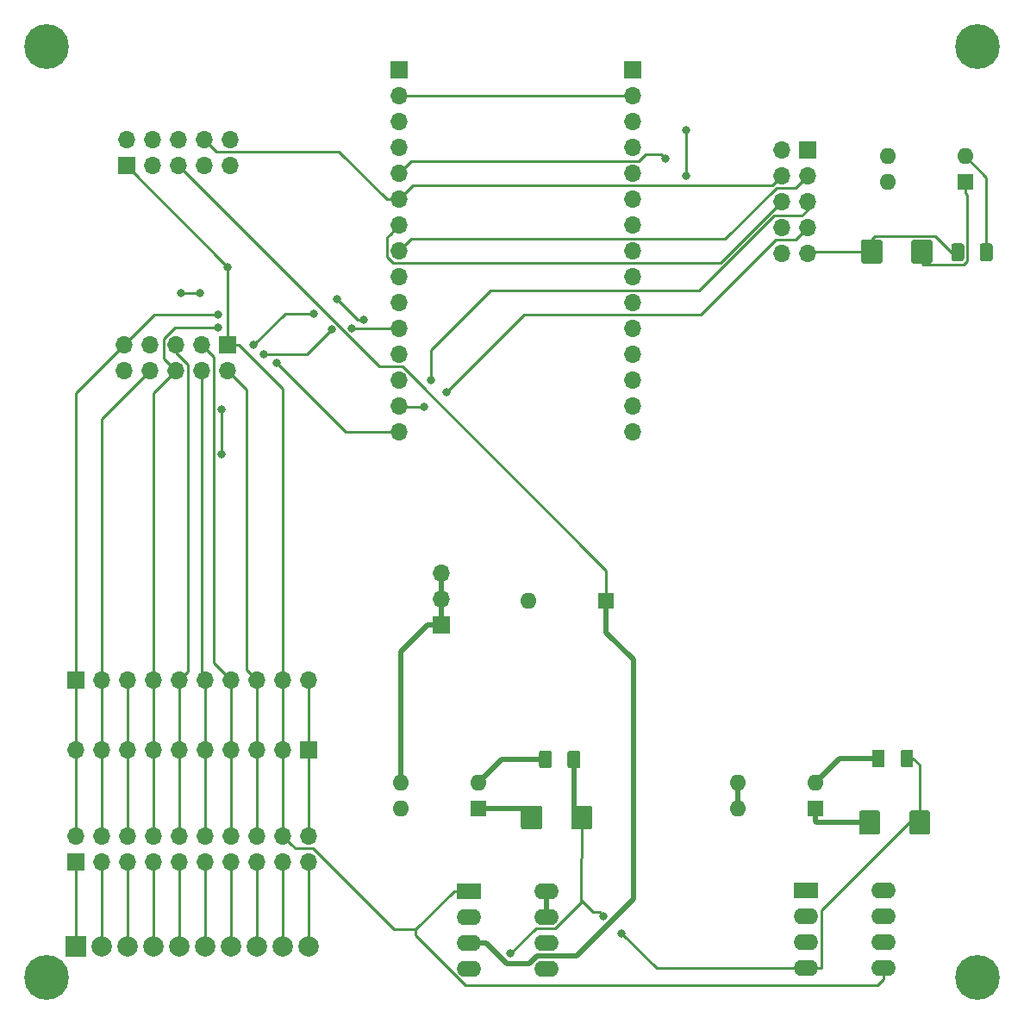
<source format=gbr>
G04 #@! TF.GenerationSoftware,KiCad,Pcbnew,(5.1.5)-3*
G04 #@! TF.CreationDate,2020-07-27T13:18:42+03:00*
G04 #@! TF.ProjectId,BurtleinaBoard,42757274-6c65-4696-9e61-426f6172642e,0.1*
G04 #@! TF.SameCoordinates,Original*
G04 #@! TF.FileFunction,Copper,L1,Top*
G04 #@! TF.FilePolarity,Positive*
%FSLAX46Y46*%
G04 Gerber Fmt 4.6, Leading zero omitted, Abs format (unit mm)*
G04 Created by KiCad (PCBNEW (5.1.5)-3) date 2020-07-27 13:18:42*
%MOMM*%
%LPD*%
G04 APERTURE LIST*
%ADD10O,1.700000X1.700000*%
%ADD11R,1.700000X1.700000*%
%ADD12C,4.400000*%
%ADD13C,0.700000*%
%ADD14O,1.600000X1.600000*%
%ADD15R,1.600000X1.600000*%
%ADD16O,2.400000X1.600000*%
%ADD17R,2.400000X1.600000*%
%ADD18R,2.000000X2.000000*%
%ADD19C,2.000000*%
%ADD20C,0.100000*%
%ADD21C,0.800000*%
%ADD22C,0.250000*%
%ADD23C,0.500000*%
G04 APERTURE END LIST*
D10*
X104910000Y-65090000D03*
X104910000Y-62550000D03*
X107450000Y-65090000D03*
X107450000Y-62550000D03*
X109990000Y-65090000D03*
X109990000Y-62550000D03*
X112530000Y-65090000D03*
X112530000Y-62550000D03*
X115070000Y-65090000D03*
D11*
X115070000Y-62550000D03*
D10*
X115290000Y-42450000D03*
X115290000Y-44990000D03*
X112750000Y-42450000D03*
X112750000Y-44990000D03*
X110210000Y-42450000D03*
X110210000Y-44990000D03*
X107670000Y-42450000D03*
X107670000Y-44990000D03*
X105130000Y-42450000D03*
D11*
X105130000Y-44990000D03*
D12*
X97300000Y-124700000D03*
D13*
X97300000Y-123050000D03*
X98466726Y-123533274D03*
X98950000Y-124700000D03*
X98466726Y-125866726D03*
X97300000Y-126350000D03*
X96133274Y-125866726D03*
X95650000Y-124700000D03*
X96133274Y-123533274D03*
D12*
X188700000Y-124700000D03*
D13*
X187050000Y-124700000D03*
X187533274Y-123533274D03*
X188700000Y-123050000D03*
X189866726Y-123533274D03*
X190350000Y-124700000D03*
X189866726Y-125866726D03*
X188700000Y-126350000D03*
X187533274Y-125866726D03*
D12*
X188700000Y-33300000D03*
D13*
X188700000Y-34950000D03*
X187533274Y-34466726D03*
X187050000Y-33300000D03*
X187533274Y-32133274D03*
X188700000Y-31650000D03*
X189866726Y-32133274D03*
X190350000Y-33300000D03*
X189866726Y-34466726D03*
X98466726Y-32133274D03*
X97300000Y-31650000D03*
X96133274Y-32133274D03*
X95650000Y-33300000D03*
X96133274Y-34466726D03*
X97300000Y-34950000D03*
X98466726Y-34466726D03*
X98950000Y-33300000D03*
D12*
X97300000Y-33300000D03*
D14*
X144630000Y-87710000D03*
D15*
X152250000Y-87710000D03*
D14*
X132060000Y-108110000D03*
X139680000Y-105570000D03*
X132060000Y-105570000D03*
D15*
X139680000Y-108110000D03*
D14*
X165160000Y-108110000D03*
X172780000Y-105570000D03*
X165160000Y-105570000D03*
D15*
X172780000Y-108110000D03*
D14*
X179880000Y-46600000D03*
X187500000Y-44060000D03*
X179880000Y-44060000D03*
D15*
X187500000Y-46600000D03*
D11*
X136060000Y-90090000D03*
D10*
X136060000Y-87550000D03*
X136060000Y-85010000D03*
D11*
X172040000Y-43460000D03*
D10*
X169500000Y-43460000D03*
X172040000Y-46000000D03*
X169500000Y-46000000D03*
X172040000Y-48540000D03*
X169500000Y-48540000D03*
X172040000Y-51080000D03*
X169500000Y-51080000D03*
X172040000Y-53620000D03*
X169500000Y-53620000D03*
D16*
X179500000Y-116210000D03*
X171880000Y-123830000D03*
X179500000Y-118750000D03*
X171880000Y-121290000D03*
X179500000Y-121290000D03*
X171880000Y-118750000D03*
X179500000Y-123830000D03*
D17*
X171880000Y-116210000D03*
D10*
X100170000Y-102400000D03*
X102710000Y-102400000D03*
X105250000Y-102400000D03*
X107790000Y-102400000D03*
X110330000Y-102400000D03*
X112870000Y-102400000D03*
X115410000Y-102400000D03*
X117950000Y-102400000D03*
X120490000Y-102400000D03*
D11*
X123030000Y-102400000D03*
D10*
X123030000Y-110800000D03*
X123030000Y-113340000D03*
X120490000Y-110800000D03*
X120490000Y-113340000D03*
X117950000Y-110800000D03*
X117950000Y-113340000D03*
X115410000Y-110800000D03*
X115410000Y-113340000D03*
X112870000Y-110800000D03*
X112870000Y-113340000D03*
X110330000Y-110800000D03*
X110330000Y-113340000D03*
X107790000Y-110800000D03*
X107790000Y-113340000D03*
X105250000Y-110800000D03*
X105250000Y-113340000D03*
X102710000Y-110800000D03*
X102710000Y-113340000D03*
X100170000Y-110800000D03*
D11*
X100170000Y-113340000D03*
D10*
X123030000Y-95500000D03*
X120490000Y-95500000D03*
X117950000Y-95500000D03*
X115410000Y-95500000D03*
X112870000Y-95500000D03*
X110330000Y-95500000D03*
X107790000Y-95500000D03*
X105250000Y-95500000D03*
X102710000Y-95500000D03*
D11*
X100170000Y-95500000D03*
D16*
X146380000Y-116230000D03*
X138760000Y-123850000D03*
X146380000Y-118770000D03*
X138760000Y-121310000D03*
X146380000Y-121310000D03*
X138760000Y-118770000D03*
X146380000Y-123850000D03*
D17*
X138760000Y-116230000D03*
D10*
X154860000Y-71160000D03*
X154860000Y-68620000D03*
X154860000Y-66080000D03*
X154860000Y-63540000D03*
X154860000Y-61000000D03*
X154860000Y-58460000D03*
X154860000Y-55920000D03*
X154860000Y-53380000D03*
X154860000Y-50840000D03*
X154860000Y-48300000D03*
X154860000Y-45760000D03*
X154860000Y-43220000D03*
X154860000Y-40680000D03*
X154860000Y-38140000D03*
D11*
X154860000Y-35600000D03*
X131880000Y-35610000D03*
D10*
X131880000Y-38150000D03*
X131880000Y-40690000D03*
X131880000Y-43230000D03*
X131880000Y-45770000D03*
X131880000Y-48310000D03*
X131880000Y-50850000D03*
X131880000Y-53390000D03*
X131880000Y-55930000D03*
X131880000Y-58470000D03*
X131880000Y-61010000D03*
X131880000Y-63550000D03*
X131880000Y-66090000D03*
X131880000Y-68630000D03*
X131880000Y-71170000D03*
D18*
X100170000Y-121700000D03*
D19*
X102710000Y-121700000D03*
X105250000Y-121700000D03*
X107790000Y-121700000D03*
X110330000Y-121700000D03*
X112870000Y-121700000D03*
X115410000Y-121700000D03*
X117950000Y-121700000D03*
X120490000Y-121700000D03*
X123030000Y-121700000D03*
G04 #@! TA.AperFunction,SMDPad,CuDef*
D20*
G36*
X187179504Y-52616204D02*
G01*
X187203773Y-52619804D01*
X187227571Y-52625765D01*
X187250671Y-52634030D01*
X187272849Y-52644520D01*
X187293893Y-52657133D01*
X187313598Y-52671747D01*
X187331777Y-52688223D01*
X187348253Y-52706402D01*
X187362867Y-52726107D01*
X187375480Y-52747151D01*
X187385970Y-52769329D01*
X187394235Y-52792429D01*
X187400196Y-52816227D01*
X187403796Y-52840496D01*
X187405000Y-52865000D01*
X187405000Y-54115000D01*
X187403796Y-54139504D01*
X187400196Y-54163773D01*
X187394235Y-54187571D01*
X187385970Y-54210671D01*
X187375480Y-54232849D01*
X187362867Y-54253893D01*
X187348253Y-54273598D01*
X187331777Y-54291777D01*
X187313598Y-54308253D01*
X187293893Y-54322867D01*
X187272849Y-54335480D01*
X187250671Y-54345970D01*
X187227571Y-54354235D01*
X187203773Y-54360196D01*
X187179504Y-54363796D01*
X187155000Y-54365000D01*
X186405000Y-54365000D01*
X186380496Y-54363796D01*
X186356227Y-54360196D01*
X186332429Y-54354235D01*
X186309329Y-54345970D01*
X186287151Y-54335480D01*
X186266107Y-54322867D01*
X186246402Y-54308253D01*
X186228223Y-54291777D01*
X186211747Y-54273598D01*
X186197133Y-54253893D01*
X186184520Y-54232849D01*
X186174030Y-54210671D01*
X186165765Y-54187571D01*
X186159804Y-54163773D01*
X186156204Y-54139504D01*
X186155000Y-54115000D01*
X186155000Y-52865000D01*
X186156204Y-52840496D01*
X186159804Y-52816227D01*
X186165765Y-52792429D01*
X186174030Y-52769329D01*
X186184520Y-52747151D01*
X186197133Y-52726107D01*
X186211747Y-52706402D01*
X186228223Y-52688223D01*
X186246402Y-52671747D01*
X186266107Y-52657133D01*
X186287151Y-52644520D01*
X186309329Y-52634030D01*
X186332429Y-52625765D01*
X186356227Y-52619804D01*
X186380496Y-52616204D01*
X186405000Y-52615000D01*
X187155000Y-52615000D01*
X187179504Y-52616204D01*
G37*
G04 #@! TD.AperFunction*
G04 #@! TA.AperFunction,SMDPad,CuDef*
G36*
X189979504Y-52616204D02*
G01*
X190003773Y-52619804D01*
X190027571Y-52625765D01*
X190050671Y-52634030D01*
X190072849Y-52644520D01*
X190093893Y-52657133D01*
X190113598Y-52671747D01*
X190131777Y-52688223D01*
X190148253Y-52706402D01*
X190162867Y-52726107D01*
X190175480Y-52747151D01*
X190185970Y-52769329D01*
X190194235Y-52792429D01*
X190200196Y-52816227D01*
X190203796Y-52840496D01*
X190205000Y-52865000D01*
X190205000Y-54115000D01*
X190203796Y-54139504D01*
X190200196Y-54163773D01*
X190194235Y-54187571D01*
X190185970Y-54210671D01*
X190175480Y-54232849D01*
X190162867Y-54253893D01*
X190148253Y-54273598D01*
X190131777Y-54291777D01*
X190113598Y-54308253D01*
X190093893Y-54322867D01*
X190072849Y-54335480D01*
X190050671Y-54345970D01*
X190027571Y-54354235D01*
X190003773Y-54360196D01*
X189979504Y-54363796D01*
X189955000Y-54365000D01*
X189205000Y-54365000D01*
X189180496Y-54363796D01*
X189156227Y-54360196D01*
X189132429Y-54354235D01*
X189109329Y-54345970D01*
X189087151Y-54335480D01*
X189066107Y-54322867D01*
X189046402Y-54308253D01*
X189028223Y-54291777D01*
X189011747Y-54273598D01*
X188997133Y-54253893D01*
X188984520Y-54232849D01*
X188974030Y-54210671D01*
X188965765Y-54187571D01*
X188959804Y-54163773D01*
X188956204Y-54139504D01*
X188955000Y-54115000D01*
X188955000Y-52865000D01*
X188956204Y-52840496D01*
X188959804Y-52816227D01*
X188965765Y-52792429D01*
X188974030Y-52769329D01*
X188984520Y-52747151D01*
X188997133Y-52726107D01*
X189011747Y-52706402D01*
X189028223Y-52688223D01*
X189046402Y-52671747D01*
X189066107Y-52657133D01*
X189087151Y-52644520D01*
X189109329Y-52634030D01*
X189132429Y-52625765D01*
X189156227Y-52619804D01*
X189180496Y-52616204D01*
X189205000Y-52615000D01*
X189955000Y-52615000D01*
X189979504Y-52616204D01*
G37*
G04 #@! TD.AperFunction*
G04 #@! TA.AperFunction,SMDPad,CuDef*
G36*
X179147004Y-52236204D02*
G01*
X179171273Y-52239804D01*
X179195071Y-52245765D01*
X179218171Y-52254030D01*
X179240349Y-52264520D01*
X179261393Y-52277133D01*
X179281098Y-52291747D01*
X179299277Y-52308223D01*
X179315753Y-52326402D01*
X179330367Y-52346107D01*
X179342980Y-52367151D01*
X179353470Y-52389329D01*
X179361735Y-52412429D01*
X179367696Y-52436227D01*
X179371296Y-52460496D01*
X179372500Y-52485000D01*
X179372500Y-54335000D01*
X179371296Y-54359504D01*
X179367696Y-54383773D01*
X179361735Y-54407571D01*
X179353470Y-54430671D01*
X179342980Y-54452849D01*
X179330367Y-54473893D01*
X179315753Y-54493598D01*
X179299277Y-54511777D01*
X179281098Y-54528253D01*
X179261393Y-54542867D01*
X179240349Y-54555480D01*
X179218171Y-54565970D01*
X179195071Y-54574235D01*
X179171273Y-54580196D01*
X179147004Y-54583796D01*
X179122500Y-54585000D01*
X177547500Y-54585000D01*
X177522996Y-54583796D01*
X177498727Y-54580196D01*
X177474929Y-54574235D01*
X177451829Y-54565970D01*
X177429651Y-54555480D01*
X177408607Y-54542867D01*
X177388902Y-54528253D01*
X177370723Y-54511777D01*
X177354247Y-54493598D01*
X177339633Y-54473893D01*
X177327020Y-54452849D01*
X177316530Y-54430671D01*
X177308265Y-54407571D01*
X177302304Y-54383773D01*
X177298704Y-54359504D01*
X177297500Y-54335000D01*
X177297500Y-52485000D01*
X177298704Y-52460496D01*
X177302304Y-52436227D01*
X177308265Y-52412429D01*
X177316530Y-52389329D01*
X177327020Y-52367151D01*
X177339633Y-52346107D01*
X177354247Y-52326402D01*
X177370723Y-52308223D01*
X177388902Y-52291747D01*
X177408607Y-52277133D01*
X177429651Y-52264520D01*
X177451829Y-52254030D01*
X177474929Y-52245765D01*
X177498727Y-52239804D01*
X177522996Y-52236204D01*
X177547500Y-52235000D01*
X179122500Y-52235000D01*
X179147004Y-52236204D01*
G37*
G04 #@! TD.AperFunction*
G04 #@! TA.AperFunction,SMDPad,CuDef*
G36*
X184072004Y-52236204D02*
G01*
X184096273Y-52239804D01*
X184120071Y-52245765D01*
X184143171Y-52254030D01*
X184165349Y-52264520D01*
X184186393Y-52277133D01*
X184206098Y-52291747D01*
X184224277Y-52308223D01*
X184240753Y-52326402D01*
X184255367Y-52346107D01*
X184267980Y-52367151D01*
X184278470Y-52389329D01*
X184286735Y-52412429D01*
X184292696Y-52436227D01*
X184296296Y-52460496D01*
X184297500Y-52485000D01*
X184297500Y-54335000D01*
X184296296Y-54359504D01*
X184292696Y-54383773D01*
X184286735Y-54407571D01*
X184278470Y-54430671D01*
X184267980Y-54452849D01*
X184255367Y-54473893D01*
X184240753Y-54493598D01*
X184224277Y-54511777D01*
X184206098Y-54528253D01*
X184186393Y-54542867D01*
X184165349Y-54555480D01*
X184143171Y-54565970D01*
X184120071Y-54574235D01*
X184096273Y-54580196D01*
X184072004Y-54583796D01*
X184047500Y-54585000D01*
X182472500Y-54585000D01*
X182447996Y-54583796D01*
X182423727Y-54580196D01*
X182399929Y-54574235D01*
X182376829Y-54565970D01*
X182354651Y-54555480D01*
X182333607Y-54542867D01*
X182313902Y-54528253D01*
X182295723Y-54511777D01*
X182279247Y-54493598D01*
X182264633Y-54473893D01*
X182252020Y-54452849D01*
X182241530Y-54430671D01*
X182233265Y-54407571D01*
X182227304Y-54383773D01*
X182223704Y-54359504D01*
X182222500Y-54335000D01*
X182222500Y-52485000D01*
X182223704Y-52460496D01*
X182227304Y-52436227D01*
X182233265Y-52412429D01*
X182241530Y-52389329D01*
X182252020Y-52367151D01*
X182264633Y-52346107D01*
X182279247Y-52326402D01*
X182295723Y-52308223D01*
X182313902Y-52291747D01*
X182333607Y-52277133D01*
X182354651Y-52264520D01*
X182376829Y-52254030D01*
X182399929Y-52245765D01*
X182423727Y-52239804D01*
X182447996Y-52236204D01*
X182472500Y-52235000D01*
X184047500Y-52235000D01*
X184072004Y-52236204D01*
G37*
G04 #@! TD.AperFunction*
G04 #@! TA.AperFunction,SMDPad,CuDef*
G36*
X182179504Y-102336204D02*
G01*
X182203773Y-102339804D01*
X182227571Y-102345765D01*
X182250671Y-102354030D01*
X182272849Y-102364520D01*
X182293893Y-102377133D01*
X182313598Y-102391747D01*
X182331777Y-102408223D01*
X182348253Y-102426402D01*
X182362867Y-102446107D01*
X182375480Y-102467151D01*
X182385970Y-102489329D01*
X182394235Y-102512429D01*
X182400196Y-102536227D01*
X182403796Y-102560496D01*
X182405000Y-102585000D01*
X182405000Y-103835000D01*
X182403796Y-103859504D01*
X182400196Y-103883773D01*
X182394235Y-103907571D01*
X182385970Y-103930671D01*
X182375480Y-103952849D01*
X182362867Y-103973893D01*
X182348253Y-103993598D01*
X182331777Y-104011777D01*
X182313598Y-104028253D01*
X182293893Y-104042867D01*
X182272849Y-104055480D01*
X182250671Y-104065970D01*
X182227571Y-104074235D01*
X182203773Y-104080196D01*
X182179504Y-104083796D01*
X182155000Y-104085000D01*
X181405000Y-104085000D01*
X181380496Y-104083796D01*
X181356227Y-104080196D01*
X181332429Y-104074235D01*
X181309329Y-104065970D01*
X181287151Y-104055480D01*
X181266107Y-104042867D01*
X181246402Y-104028253D01*
X181228223Y-104011777D01*
X181211747Y-103993598D01*
X181197133Y-103973893D01*
X181184520Y-103952849D01*
X181174030Y-103930671D01*
X181165765Y-103907571D01*
X181159804Y-103883773D01*
X181156204Y-103859504D01*
X181155000Y-103835000D01*
X181155000Y-102585000D01*
X181156204Y-102560496D01*
X181159804Y-102536227D01*
X181165765Y-102512429D01*
X181174030Y-102489329D01*
X181184520Y-102467151D01*
X181197133Y-102446107D01*
X181211747Y-102426402D01*
X181228223Y-102408223D01*
X181246402Y-102391747D01*
X181266107Y-102377133D01*
X181287151Y-102364520D01*
X181309329Y-102354030D01*
X181332429Y-102345765D01*
X181356227Y-102339804D01*
X181380496Y-102336204D01*
X181405000Y-102335000D01*
X182155000Y-102335000D01*
X182179504Y-102336204D01*
G37*
G04 #@! TD.AperFunction*
G04 #@! TA.AperFunction,SMDPad,CuDef*
G36*
X179379504Y-102336204D02*
G01*
X179403773Y-102339804D01*
X179427571Y-102345765D01*
X179450671Y-102354030D01*
X179472849Y-102364520D01*
X179493893Y-102377133D01*
X179513598Y-102391747D01*
X179531777Y-102408223D01*
X179548253Y-102426402D01*
X179562867Y-102446107D01*
X179575480Y-102467151D01*
X179585970Y-102489329D01*
X179594235Y-102512429D01*
X179600196Y-102536227D01*
X179603796Y-102560496D01*
X179605000Y-102585000D01*
X179605000Y-103835000D01*
X179603796Y-103859504D01*
X179600196Y-103883773D01*
X179594235Y-103907571D01*
X179585970Y-103930671D01*
X179575480Y-103952849D01*
X179562867Y-103973893D01*
X179548253Y-103993598D01*
X179531777Y-104011777D01*
X179513598Y-104028253D01*
X179493893Y-104042867D01*
X179472849Y-104055480D01*
X179450671Y-104065970D01*
X179427571Y-104074235D01*
X179403773Y-104080196D01*
X179379504Y-104083796D01*
X179355000Y-104085000D01*
X178605000Y-104085000D01*
X178580496Y-104083796D01*
X178556227Y-104080196D01*
X178532429Y-104074235D01*
X178509329Y-104065970D01*
X178487151Y-104055480D01*
X178466107Y-104042867D01*
X178446402Y-104028253D01*
X178428223Y-104011777D01*
X178411747Y-103993598D01*
X178397133Y-103973893D01*
X178384520Y-103952849D01*
X178374030Y-103930671D01*
X178365765Y-103907571D01*
X178359804Y-103883773D01*
X178356204Y-103859504D01*
X178355000Y-103835000D01*
X178355000Y-102585000D01*
X178356204Y-102560496D01*
X178359804Y-102536227D01*
X178365765Y-102512429D01*
X178374030Y-102489329D01*
X178384520Y-102467151D01*
X178397133Y-102446107D01*
X178411747Y-102426402D01*
X178428223Y-102408223D01*
X178446402Y-102391747D01*
X178466107Y-102377133D01*
X178487151Y-102364520D01*
X178509329Y-102354030D01*
X178532429Y-102345765D01*
X178556227Y-102339804D01*
X178580496Y-102336204D01*
X178605000Y-102335000D01*
X179355000Y-102335000D01*
X179379504Y-102336204D01*
G37*
G04 #@! TD.AperFunction*
G04 #@! TA.AperFunction,SMDPad,CuDef*
G36*
X183854504Y-108336204D02*
G01*
X183878773Y-108339804D01*
X183902571Y-108345765D01*
X183925671Y-108354030D01*
X183947849Y-108364520D01*
X183968893Y-108377133D01*
X183988598Y-108391747D01*
X184006777Y-108408223D01*
X184023253Y-108426402D01*
X184037867Y-108446107D01*
X184050480Y-108467151D01*
X184060970Y-108489329D01*
X184069235Y-108512429D01*
X184075196Y-108536227D01*
X184078796Y-108560496D01*
X184080000Y-108585000D01*
X184080000Y-110435000D01*
X184078796Y-110459504D01*
X184075196Y-110483773D01*
X184069235Y-110507571D01*
X184060970Y-110530671D01*
X184050480Y-110552849D01*
X184037867Y-110573893D01*
X184023253Y-110593598D01*
X184006777Y-110611777D01*
X183988598Y-110628253D01*
X183968893Y-110642867D01*
X183947849Y-110655480D01*
X183925671Y-110665970D01*
X183902571Y-110674235D01*
X183878773Y-110680196D01*
X183854504Y-110683796D01*
X183830000Y-110685000D01*
X182255000Y-110685000D01*
X182230496Y-110683796D01*
X182206227Y-110680196D01*
X182182429Y-110674235D01*
X182159329Y-110665970D01*
X182137151Y-110655480D01*
X182116107Y-110642867D01*
X182096402Y-110628253D01*
X182078223Y-110611777D01*
X182061747Y-110593598D01*
X182047133Y-110573893D01*
X182034520Y-110552849D01*
X182024030Y-110530671D01*
X182015765Y-110507571D01*
X182009804Y-110483773D01*
X182006204Y-110459504D01*
X182005000Y-110435000D01*
X182005000Y-108585000D01*
X182006204Y-108560496D01*
X182009804Y-108536227D01*
X182015765Y-108512429D01*
X182024030Y-108489329D01*
X182034520Y-108467151D01*
X182047133Y-108446107D01*
X182061747Y-108426402D01*
X182078223Y-108408223D01*
X182096402Y-108391747D01*
X182116107Y-108377133D01*
X182137151Y-108364520D01*
X182159329Y-108354030D01*
X182182429Y-108345765D01*
X182206227Y-108339804D01*
X182230496Y-108336204D01*
X182255000Y-108335000D01*
X183830000Y-108335000D01*
X183854504Y-108336204D01*
G37*
G04 #@! TD.AperFunction*
G04 #@! TA.AperFunction,SMDPad,CuDef*
G36*
X178929504Y-108336204D02*
G01*
X178953773Y-108339804D01*
X178977571Y-108345765D01*
X179000671Y-108354030D01*
X179022849Y-108364520D01*
X179043893Y-108377133D01*
X179063598Y-108391747D01*
X179081777Y-108408223D01*
X179098253Y-108426402D01*
X179112867Y-108446107D01*
X179125480Y-108467151D01*
X179135970Y-108489329D01*
X179144235Y-108512429D01*
X179150196Y-108536227D01*
X179153796Y-108560496D01*
X179155000Y-108585000D01*
X179155000Y-110435000D01*
X179153796Y-110459504D01*
X179150196Y-110483773D01*
X179144235Y-110507571D01*
X179135970Y-110530671D01*
X179125480Y-110552849D01*
X179112867Y-110573893D01*
X179098253Y-110593598D01*
X179081777Y-110611777D01*
X179063598Y-110628253D01*
X179043893Y-110642867D01*
X179022849Y-110655480D01*
X179000671Y-110665970D01*
X178977571Y-110674235D01*
X178953773Y-110680196D01*
X178929504Y-110683796D01*
X178905000Y-110685000D01*
X177330000Y-110685000D01*
X177305496Y-110683796D01*
X177281227Y-110680196D01*
X177257429Y-110674235D01*
X177234329Y-110665970D01*
X177212151Y-110655480D01*
X177191107Y-110642867D01*
X177171402Y-110628253D01*
X177153223Y-110611777D01*
X177136747Y-110593598D01*
X177122133Y-110573893D01*
X177109520Y-110552849D01*
X177099030Y-110530671D01*
X177090765Y-110507571D01*
X177084804Y-110483773D01*
X177081204Y-110459504D01*
X177080000Y-110435000D01*
X177080000Y-108585000D01*
X177081204Y-108560496D01*
X177084804Y-108536227D01*
X177090765Y-108512429D01*
X177099030Y-108489329D01*
X177109520Y-108467151D01*
X177122133Y-108446107D01*
X177136747Y-108426402D01*
X177153223Y-108408223D01*
X177171402Y-108391747D01*
X177191107Y-108377133D01*
X177212151Y-108364520D01*
X177234329Y-108354030D01*
X177257429Y-108345765D01*
X177281227Y-108339804D01*
X177305496Y-108336204D01*
X177330000Y-108335000D01*
X178905000Y-108335000D01*
X178929504Y-108336204D01*
G37*
G04 #@! TD.AperFunction*
G04 #@! TA.AperFunction,SMDPad,CuDef*
G36*
X146679504Y-102436204D02*
G01*
X146703773Y-102439804D01*
X146727571Y-102445765D01*
X146750671Y-102454030D01*
X146772849Y-102464520D01*
X146793893Y-102477133D01*
X146813598Y-102491747D01*
X146831777Y-102508223D01*
X146848253Y-102526402D01*
X146862867Y-102546107D01*
X146875480Y-102567151D01*
X146885970Y-102589329D01*
X146894235Y-102612429D01*
X146900196Y-102636227D01*
X146903796Y-102660496D01*
X146905000Y-102685000D01*
X146905000Y-103935000D01*
X146903796Y-103959504D01*
X146900196Y-103983773D01*
X146894235Y-104007571D01*
X146885970Y-104030671D01*
X146875480Y-104052849D01*
X146862867Y-104073893D01*
X146848253Y-104093598D01*
X146831777Y-104111777D01*
X146813598Y-104128253D01*
X146793893Y-104142867D01*
X146772849Y-104155480D01*
X146750671Y-104165970D01*
X146727571Y-104174235D01*
X146703773Y-104180196D01*
X146679504Y-104183796D01*
X146655000Y-104185000D01*
X145905000Y-104185000D01*
X145880496Y-104183796D01*
X145856227Y-104180196D01*
X145832429Y-104174235D01*
X145809329Y-104165970D01*
X145787151Y-104155480D01*
X145766107Y-104142867D01*
X145746402Y-104128253D01*
X145728223Y-104111777D01*
X145711747Y-104093598D01*
X145697133Y-104073893D01*
X145684520Y-104052849D01*
X145674030Y-104030671D01*
X145665765Y-104007571D01*
X145659804Y-103983773D01*
X145656204Y-103959504D01*
X145655000Y-103935000D01*
X145655000Y-102685000D01*
X145656204Y-102660496D01*
X145659804Y-102636227D01*
X145665765Y-102612429D01*
X145674030Y-102589329D01*
X145684520Y-102567151D01*
X145697133Y-102546107D01*
X145711747Y-102526402D01*
X145728223Y-102508223D01*
X145746402Y-102491747D01*
X145766107Y-102477133D01*
X145787151Y-102464520D01*
X145809329Y-102454030D01*
X145832429Y-102445765D01*
X145856227Y-102439804D01*
X145880496Y-102436204D01*
X145905000Y-102435000D01*
X146655000Y-102435000D01*
X146679504Y-102436204D01*
G37*
G04 #@! TD.AperFunction*
G04 #@! TA.AperFunction,SMDPad,CuDef*
G36*
X149479504Y-102436204D02*
G01*
X149503773Y-102439804D01*
X149527571Y-102445765D01*
X149550671Y-102454030D01*
X149572849Y-102464520D01*
X149593893Y-102477133D01*
X149613598Y-102491747D01*
X149631777Y-102508223D01*
X149648253Y-102526402D01*
X149662867Y-102546107D01*
X149675480Y-102567151D01*
X149685970Y-102589329D01*
X149694235Y-102612429D01*
X149700196Y-102636227D01*
X149703796Y-102660496D01*
X149705000Y-102685000D01*
X149705000Y-103935000D01*
X149703796Y-103959504D01*
X149700196Y-103983773D01*
X149694235Y-104007571D01*
X149685970Y-104030671D01*
X149675480Y-104052849D01*
X149662867Y-104073893D01*
X149648253Y-104093598D01*
X149631777Y-104111777D01*
X149613598Y-104128253D01*
X149593893Y-104142867D01*
X149572849Y-104155480D01*
X149550671Y-104165970D01*
X149527571Y-104174235D01*
X149503773Y-104180196D01*
X149479504Y-104183796D01*
X149455000Y-104185000D01*
X148705000Y-104185000D01*
X148680496Y-104183796D01*
X148656227Y-104180196D01*
X148632429Y-104174235D01*
X148609329Y-104165970D01*
X148587151Y-104155480D01*
X148566107Y-104142867D01*
X148546402Y-104128253D01*
X148528223Y-104111777D01*
X148511747Y-104093598D01*
X148497133Y-104073893D01*
X148484520Y-104052849D01*
X148474030Y-104030671D01*
X148465765Y-104007571D01*
X148459804Y-103983773D01*
X148456204Y-103959504D01*
X148455000Y-103935000D01*
X148455000Y-102685000D01*
X148456204Y-102660496D01*
X148459804Y-102636227D01*
X148465765Y-102612429D01*
X148474030Y-102589329D01*
X148484520Y-102567151D01*
X148497133Y-102546107D01*
X148511747Y-102526402D01*
X148528223Y-102508223D01*
X148546402Y-102491747D01*
X148566107Y-102477133D01*
X148587151Y-102464520D01*
X148609329Y-102454030D01*
X148632429Y-102445765D01*
X148656227Y-102439804D01*
X148680496Y-102436204D01*
X148705000Y-102435000D01*
X149455000Y-102435000D01*
X149479504Y-102436204D01*
G37*
G04 #@! TD.AperFunction*
G04 #@! TA.AperFunction,SMDPad,CuDef*
G36*
X150654504Y-107836204D02*
G01*
X150678773Y-107839804D01*
X150702571Y-107845765D01*
X150725671Y-107854030D01*
X150747849Y-107864520D01*
X150768893Y-107877133D01*
X150788598Y-107891747D01*
X150806777Y-107908223D01*
X150823253Y-107926402D01*
X150837867Y-107946107D01*
X150850480Y-107967151D01*
X150860970Y-107989329D01*
X150869235Y-108012429D01*
X150875196Y-108036227D01*
X150878796Y-108060496D01*
X150880000Y-108085000D01*
X150880000Y-109935000D01*
X150878796Y-109959504D01*
X150875196Y-109983773D01*
X150869235Y-110007571D01*
X150860970Y-110030671D01*
X150850480Y-110052849D01*
X150837867Y-110073893D01*
X150823253Y-110093598D01*
X150806777Y-110111777D01*
X150788598Y-110128253D01*
X150768893Y-110142867D01*
X150747849Y-110155480D01*
X150725671Y-110165970D01*
X150702571Y-110174235D01*
X150678773Y-110180196D01*
X150654504Y-110183796D01*
X150630000Y-110185000D01*
X149055000Y-110185000D01*
X149030496Y-110183796D01*
X149006227Y-110180196D01*
X148982429Y-110174235D01*
X148959329Y-110165970D01*
X148937151Y-110155480D01*
X148916107Y-110142867D01*
X148896402Y-110128253D01*
X148878223Y-110111777D01*
X148861747Y-110093598D01*
X148847133Y-110073893D01*
X148834520Y-110052849D01*
X148824030Y-110030671D01*
X148815765Y-110007571D01*
X148809804Y-109983773D01*
X148806204Y-109959504D01*
X148805000Y-109935000D01*
X148805000Y-108085000D01*
X148806204Y-108060496D01*
X148809804Y-108036227D01*
X148815765Y-108012429D01*
X148824030Y-107989329D01*
X148834520Y-107967151D01*
X148847133Y-107946107D01*
X148861747Y-107926402D01*
X148878223Y-107908223D01*
X148896402Y-107891747D01*
X148916107Y-107877133D01*
X148937151Y-107864520D01*
X148959329Y-107854030D01*
X148982429Y-107845765D01*
X149006227Y-107839804D01*
X149030496Y-107836204D01*
X149055000Y-107835000D01*
X150630000Y-107835000D01*
X150654504Y-107836204D01*
G37*
G04 #@! TD.AperFunction*
G04 #@! TA.AperFunction,SMDPad,CuDef*
G36*
X145729504Y-107836204D02*
G01*
X145753773Y-107839804D01*
X145777571Y-107845765D01*
X145800671Y-107854030D01*
X145822849Y-107864520D01*
X145843893Y-107877133D01*
X145863598Y-107891747D01*
X145881777Y-107908223D01*
X145898253Y-107926402D01*
X145912867Y-107946107D01*
X145925480Y-107967151D01*
X145935970Y-107989329D01*
X145944235Y-108012429D01*
X145950196Y-108036227D01*
X145953796Y-108060496D01*
X145955000Y-108085000D01*
X145955000Y-109935000D01*
X145953796Y-109959504D01*
X145950196Y-109983773D01*
X145944235Y-110007571D01*
X145935970Y-110030671D01*
X145925480Y-110052849D01*
X145912867Y-110073893D01*
X145898253Y-110093598D01*
X145881777Y-110111777D01*
X145863598Y-110128253D01*
X145843893Y-110142867D01*
X145822849Y-110155480D01*
X145800671Y-110165970D01*
X145777571Y-110174235D01*
X145753773Y-110180196D01*
X145729504Y-110183796D01*
X145705000Y-110185000D01*
X144130000Y-110185000D01*
X144105496Y-110183796D01*
X144081227Y-110180196D01*
X144057429Y-110174235D01*
X144034329Y-110165970D01*
X144012151Y-110155480D01*
X143991107Y-110142867D01*
X143971402Y-110128253D01*
X143953223Y-110111777D01*
X143936747Y-110093598D01*
X143922133Y-110073893D01*
X143909520Y-110052849D01*
X143899030Y-110030671D01*
X143890765Y-110007571D01*
X143884804Y-109983773D01*
X143881204Y-109959504D01*
X143880000Y-109935000D01*
X143880000Y-108085000D01*
X143881204Y-108060496D01*
X143884804Y-108036227D01*
X143890765Y-108012429D01*
X143899030Y-107989329D01*
X143909520Y-107967151D01*
X143922133Y-107946107D01*
X143936747Y-107926402D01*
X143953223Y-107908223D01*
X143971402Y-107891747D01*
X143991107Y-107877133D01*
X144012151Y-107864520D01*
X144034329Y-107854030D01*
X144057429Y-107845765D01*
X144081227Y-107839804D01*
X144105496Y-107836204D01*
X144130000Y-107835000D01*
X145705000Y-107835000D01*
X145729504Y-107836204D01*
G37*
G04 #@! TD.AperFunction*
D21*
X142830000Y-122390000D03*
X153750000Y-120380000D03*
X152010000Y-118680000D03*
X160140000Y-41460000D03*
X160110000Y-45970000D03*
X114100000Y-59620000D03*
X119860000Y-64370000D03*
X136600000Y-67210000D03*
X134340000Y-68670000D03*
X135060000Y-66030000D03*
X114443601Y-73300000D03*
X114443601Y-68940000D03*
X114100000Y-60850000D03*
X117620000Y-62620000D03*
X123520000Y-59550000D03*
X125780000Y-58090000D03*
X128450000Y-60160000D03*
X127280000Y-61010000D03*
X125262347Y-61067653D03*
X118610000Y-63500000D03*
X112350000Y-57520000D03*
X110500000Y-57520000D03*
X158080000Y-44290000D03*
X115070000Y-54930000D03*
D22*
X183042500Y-108335000D02*
X183042500Y-109510000D01*
X183042500Y-103847500D02*
X183042500Y-108335000D01*
X182405000Y-103210000D02*
X183042500Y-103847500D01*
X181780000Y-103210000D02*
X182405000Y-103210000D01*
X173405010Y-123754990D02*
X173330000Y-123830000D01*
X173405010Y-118109990D02*
X173405010Y-123754990D01*
X173330000Y-123830000D02*
X171880000Y-123830000D01*
X182005000Y-109510000D02*
X173405010Y-118109990D01*
X183042500Y-109510000D02*
X182005000Y-109510000D01*
D23*
X149080000Y-108247500D02*
X149842500Y-109010000D01*
X149080000Y-103310000D02*
X149080000Y-108247500D01*
D22*
X172250000Y-53410000D02*
X172040000Y-53620000D01*
X178335000Y-53410000D02*
X172250000Y-53410000D01*
X178335000Y-52235000D02*
X178335000Y-53410000D01*
X178660010Y-51909990D02*
X178335000Y-52235000D01*
X186155000Y-53490000D02*
X184574990Y-51909990D01*
X184574990Y-51909990D02*
X178660010Y-51909990D01*
X186780000Y-53490000D02*
X186155000Y-53490000D01*
X123030000Y-95500000D02*
X123030000Y-102400000D01*
X123030000Y-109597919D02*
X123030000Y-102400000D01*
X123030000Y-110800000D02*
X123030000Y-109597919D01*
X145324990Y-119895010D02*
X142830000Y-122390000D01*
X147245994Y-119895010D02*
X145324990Y-119895010D01*
X149842500Y-117298504D02*
X147245994Y-119895010D01*
X171880000Y-123830000D02*
X157200000Y-123830000D01*
X157200000Y-123830000D02*
X153750000Y-120380000D01*
X151610001Y-118280001D02*
X150990001Y-118280001D01*
X152010000Y-118680000D02*
X151610001Y-118280001D01*
X150990001Y-118280001D02*
X149800000Y-117090000D01*
X149842500Y-109010000D02*
X149800000Y-117090000D01*
X149800000Y-117090000D02*
X149842500Y-117298504D01*
X131890000Y-38140000D02*
X131880000Y-38150000D01*
X154860000Y-38140000D02*
X131890000Y-38140000D01*
X160140000Y-41460000D02*
X160140000Y-45940000D01*
X160140000Y-45940000D02*
X160110000Y-45970000D01*
D23*
X144017500Y-108110000D02*
X144917500Y-109010000D01*
X139680000Y-108110000D02*
X144017500Y-108110000D01*
X141940000Y-103310000D02*
X146280000Y-103310000D01*
X139680000Y-105570000D02*
X141940000Y-103310000D01*
X177080000Y-109510000D02*
X178117500Y-109510000D01*
X172880000Y-109510000D02*
X177080000Y-109510000D01*
X172780000Y-109410000D02*
X172880000Y-109510000D01*
X172780000Y-108110000D02*
X172780000Y-109410000D01*
X175140000Y-103210000D02*
X178980000Y-103210000D01*
X172780000Y-105570000D02*
X175140000Y-103210000D01*
D22*
X183365010Y-54690010D02*
X183260000Y-54585000D01*
X187730010Y-47880010D02*
X187730010Y-54353180D01*
X183260000Y-54585000D02*
X183260000Y-53410000D01*
X187730010Y-54353180D02*
X187393180Y-54690010D01*
X187500000Y-47650000D02*
X187730010Y-47880010D01*
X187393180Y-54690010D02*
X183365010Y-54690010D01*
X187500000Y-46600000D02*
X187500000Y-47650000D01*
X189580000Y-46140000D02*
X187500000Y-44060000D01*
X189580000Y-53490000D02*
X189580000Y-46140000D01*
X123030000Y-120144366D02*
X123030000Y-113340000D01*
X123030000Y-121700000D02*
X123030000Y-120144366D01*
X120490000Y-113340000D02*
X120490000Y-121700000D01*
X117950000Y-113340000D02*
X117950000Y-121700000D01*
X115410000Y-113340000D02*
X115410000Y-121700000D01*
X112870000Y-113340000D02*
X112870000Y-121700000D01*
X110330000Y-113340000D02*
X110330000Y-121700000D01*
X107790000Y-114542081D02*
X107790000Y-121700000D01*
X107790000Y-113340000D02*
X107790000Y-114542081D01*
X105250000Y-113340000D02*
X105250000Y-121700000D01*
X102710000Y-113340000D02*
X102710000Y-121700000D01*
X100170000Y-113340000D02*
X100170000Y-121700000D01*
X100170000Y-110800000D02*
X100170000Y-102400000D01*
X100170000Y-102400000D02*
X100170000Y-95500000D01*
X100170000Y-67290000D02*
X100170000Y-95500000D01*
X104910000Y-62550000D02*
X100170000Y-67290000D01*
X104910000Y-62550000D02*
X107840000Y-59620000D01*
X107840000Y-59620000D02*
X114100000Y-59620000D01*
X126660000Y-71170000D02*
X131880000Y-71170000D01*
X119860000Y-64370000D02*
X126660000Y-71170000D01*
X102710000Y-95500000D02*
X102710000Y-102400000D01*
X102710000Y-110800000D02*
X102710000Y-102400000D01*
X102710000Y-69830000D02*
X102710000Y-95740000D01*
X107450000Y-65090000D02*
X102710000Y-69830000D01*
X170864999Y-52255001D02*
X168935999Y-52255001D01*
X172040000Y-51080000D02*
X170864999Y-52255001D01*
X168935999Y-52255001D02*
X161555999Y-59635001D01*
X161555999Y-59635001D02*
X144174999Y-59635001D01*
X144174999Y-59635001D02*
X136600000Y-67210000D01*
X131920000Y-68670000D02*
X131880000Y-68630000D01*
X134340000Y-68670000D02*
X131920000Y-68670000D01*
X105250000Y-95500000D02*
X105250000Y-102400000D01*
X105250000Y-102400000D02*
X105250000Y-110800000D01*
X161391411Y-57284999D02*
X140845001Y-57284999D01*
X168771411Y-49904999D02*
X161391411Y-57284999D01*
X171475999Y-49904999D02*
X168771411Y-49904999D01*
X172040000Y-48540000D02*
X172040000Y-49340998D01*
X172040000Y-49340998D02*
X171475999Y-49904999D01*
X140845001Y-57284999D02*
X135060000Y-63070000D01*
X135060000Y-63070000D02*
X135060000Y-66030000D01*
X114443601Y-73300000D02*
X114443601Y-68940000D01*
X107790000Y-110800000D02*
X107790000Y-102400000D01*
X107790000Y-101197919D02*
X107790000Y-95500000D01*
X107790000Y-102400000D02*
X107790000Y-101197919D01*
X107790000Y-67290000D02*
X107790000Y-95500000D01*
X109990000Y-65090000D02*
X107790000Y-67290000D01*
X108801399Y-61979471D02*
X109930870Y-60850000D01*
X109990000Y-65090000D02*
X108801399Y-63901399D01*
X109930870Y-60850000D02*
X114100000Y-60850000D01*
X108801399Y-63901399D02*
X108801399Y-61979471D01*
X117620000Y-62620000D02*
X120690000Y-59550000D01*
X120690000Y-59550000D02*
X123520000Y-59550000D01*
X125780000Y-58090000D02*
X127850000Y-60160000D01*
X127850000Y-60160000D02*
X128450000Y-60160000D01*
X110330000Y-95500000D02*
X110330000Y-102400000D01*
X110330000Y-103602081D02*
X110330000Y-110800000D01*
X110330000Y-102400000D02*
X110330000Y-103602081D01*
X111179999Y-94650001D02*
X110330000Y-95500000D01*
X111179999Y-64520869D02*
X111179999Y-94650001D01*
X109990000Y-62550000D02*
X109990000Y-63330870D01*
X109990000Y-63330870D02*
X111179999Y-64520869D01*
X131880000Y-61010000D02*
X127280000Y-61010000D01*
X125262347Y-61067653D02*
X122830000Y-63500000D01*
X122830000Y-63500000D02*
X118610000Y-63500000D01*
D23*
X165160000Y-105570000D02*
X165160000Y-108110000D01*
X146380000Y-118770000D02*
X146380000Y-116230000D01*
X132060000Y-92740000D02*
X132060000Y-104438630D01*
X132060000Y-104438630D02*
X132060000Y-105570000D01*
X134710000Y-90090000D02*
X132060000Y-92740000D01*
X136060000Y-90090000D02*
X134710000Y-90090000D01*
X136060000Y-90090000D02*
X136060000Y-87550000D01*
X136060000Y-87550000D02*
X136060000Y-85010000D01*
D22*
X132729999Y-52540001D02*
X131880000Y-53390000D01*
X133065001Y-52204999D02*
X132729999Y-52540001D01*
X163931411Y-52204999D02*
X133065001Y-52204999D01*
X168961409Y-47175001D02*
X163931411Y-52204999D01*
X170864999Y-47175001D02*
X168961409Y-47175001D01*
X172040000Y-46000000D02*
X170864999Y-47175001D01*
X112870000Y-110800000D02*
X112870000Y-102400000D01*
X112870000Y-95500000D02*
X112870000Y-102400000D01*
X112530000Y-95160000D02*
X112870000Y-95500000D01*
X112530000Y-65090000D02*
X112530000Y-95160000D01*
X115410000Y-102400000D02*
X115410000Y-95500000D01*
X115410000Y-102400000D02*
X115410000Y-110800000D01*
X114560001Y-94650001D02*
X115410000Y-95500000D01*
X113718601Y-93808601D02*
X114560001Y-94650001D01*
X113718601Y-63738601D02*
X113718601Y-93808601D01*
X112530000Y-62550000D02*
X113718601Y-63738601D01*
X112350000Y-57520000D02*
X110500000Y-57520000D01*
X130704999Y-52025001D02*
X131030001Y-51699999D01*
X130704999Y-53954001D02*
X130704999Y-52025001D01*
X131030001Y-51699999D02*
X131880000Y-50850000D01*
X131315999Y-54565001D02*
X130704999Y-53954001D01*
X163474999Y-54565001D02*
X131315999Y-54565001D01*
X169500000Y-48540000D02*
X163474999Y-54565001D01*
X132729999Y-47460001D02*
X131880000Y-48310000D01*
X133254999Y-46935001D02*
X132729999Y-47460001D01*
X168564999Y-46935001D02*
X133254999Y-46935001D01*
X169500000Y-46000000D02*
X168564999Y-46935001D01*
X113613599Y-43313599D02*
X112750000Y-42450000D01*
X130677919Y-48310000D02*
X126006520Y-43638601D01*
X113938601Y-43638601D02*
X113613599Y-43313599D01*
X126006520Y-43638601D02*
X113938601Y-43638601D01*
X131880000Y-48310000D02*
X130677919Y-48310000D01*
X117950000Y-95500000D02*
X117950000Y-102400000D01*
X117950000Y-110800000D02*
X117950000Y-102400000D01*
X115070000Y-65090000D02*
X116920000Y-66940000D01*
X116920000Y-94470000D02*
X117950000Y-95500000D01*
X116920000Y-66940000D02*
X116920000Y-94470000D01*
X132729999Y-44920001D02*
X131880000Y-45770000D01*
X133065001Y-44584999D02*
X132729999Y-44920001D01*
X155446003Y-44584999D02*
X133065001Y-44584999D01*
X156141001Y-43890001D02*
X155446003Y-44584999D01*
X157680001Y-43890001D02*
X156141001Y-43890001D01*
X158080000Y-44290000D02*
X157680001Y-43890001D01*
X115070000Y-54930000D02*
X105130000Y-44990000D01*
X115070000Y-62550000D02*
X115070000Y-54930000D01*
X120490000Y-110800000D02*
X120490000Y-102400000D01*
X120490000Y-102400000D02*
X120490000Y-95500000D01*
X116183600Y-62550000D02*
X115070000Y-62550000D01*
X120490000Y-66856400D02*
X116183600Y-62550000D01*
X120490000Y-95500000D02*
X120490000Y-66856400D01*
X138429006Y-125510010D02*
X133530000Y-120611004D01*
X179500000Y-123830000D02*
X179500000Y-124880000D01*
X178869990Y-125510010D02*
X138429006Y-125510010D01*
X179500000Y-124880000D02*
X178869990Y-125510010D01*
X137310000Y-116230000D02*
X138760000Y-116230000D01*
X133530000Y-120010000D02*
X137310000Y-116230000D01*
X133530000Y-120611004D02*
X133530000Y-120010000D01*
X121740000Y-112050000D02*
X121339999Y-111649999D01*
X123479002Y-112050000D02*
X121740000Y-112050000D01*
X131439002Y-120010000D02*
X123479002Y-112050000D01*
X121339999Y-111649999D02*
X120490000Y-110800000D01*
X133530000Y-120010000D02*
X131439002Y-120010000D01*
D23*
X149348012Y-122599990D02*
X154900000Y-117048002D01*
X140460000Y-121310000D02*
X142482229Y-123332229D01*
X138760000Y-121310000D02*
X140460000Y-121310000D01*
X142482229Y-123332229D02*
X144729990Y-123332229D01*
X144729990Y-123332229D02*
X145462229Y-122599990D01*
X145462229Y-122599990D02*
X149348012Y-122599990D01*
D22*
X152250000Y-86660000D02*
X152250000Y-87710000D01*
X152250000Y-84720998D02*
X152250000Y-86660000D01*
X132254003Y-64725001D02*
X152250000Y-84720998D01*
X129945001Y-64725001D02*
X132254003Y-64725001D01*
D23*
X154900000Y-117048002D02*
X154900000Y-93500000D01*
D22*
X110210000Y-44990000D02*
X129945001Y-64725001D01*
D23*
X152250000Y-90850000D02*
X152250000Y-87710000D01*
X154900000Y-93500000D02*
X152250000Y-90850000D01*
M02*

</source>
